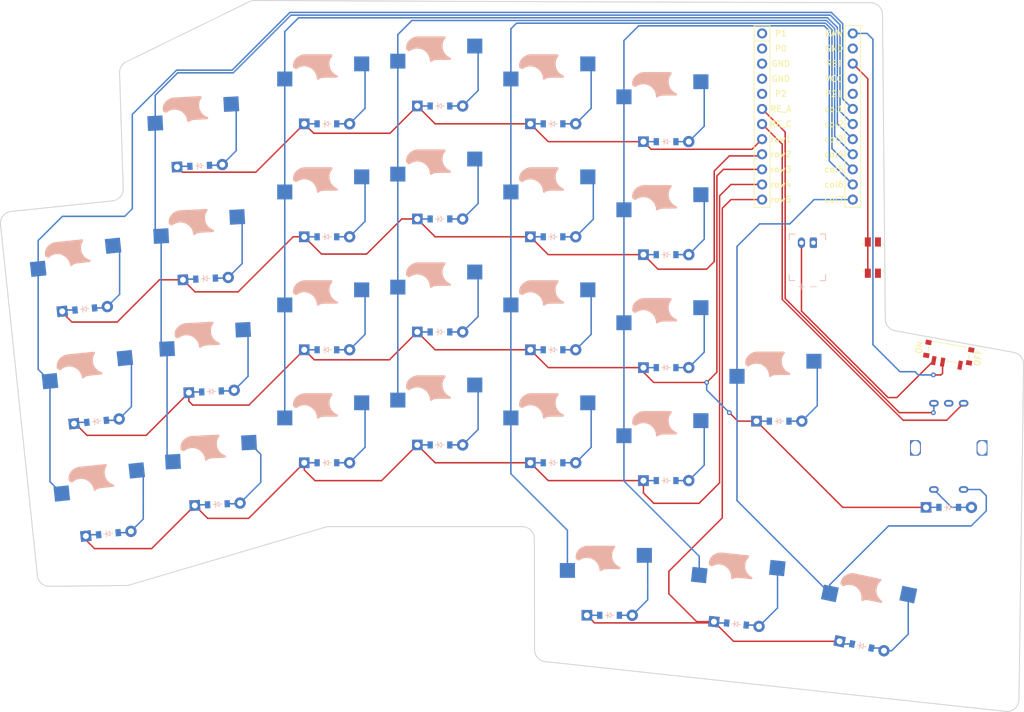
<source format=kicad_pcb>
(kicad_pcb (version 20241229) (generator "pcbnew") (generator_version "9.0")
  (title_block (title "left") (rev "alpha") (company "mroetsc"))
  (layers (0 "F.Cu" signal) (2 "B.Cu" signal) (13 "F.Paste" user) (15 "B.Paste" user) (5 "F.SilkS" user) (7 "B.SilkS" user) (1 "F.Mask" user) (3 "B.Mask" user) (25 "Edge.Cuts" user))
  (net 0 "")
  (net 1 "col1")
  (net 2 "stretch_bottom")
  (net 3 "GND")
  (net 4 "stretch_home")
  (net 5 "stretch_top")
  (net 6 "col2")
  (net 7 "pinky_bottom")
  (net 8 "pinky_home")
  (net 9 "pinky_top")
  (net 10 "pinky_num")
  (net 11 "col3")
  (net 12 "ring_bottom")
  (net 13 "ring_home")
  (net 14 "ring_top")
  (net 15 "ring_num")
  (net 16 "col4")
  (net 17 "middle_bottom")
  (net 18 "middle_home")
  (net 19 "middle_top")
  (net 20 "middle_num")
  (net 21 "col5")
  (net 22 "index_bottom")
  (net 23 "index_home")
  (net 24 "index_top")
  (net 25 "index_num")
  (net 26 "col6")
  (net 27 "inner_bottom")
  (net 28 "inner_home")
  (net 29 "inner_top")
  (net 30 "inner_num")
  (net 31 "col7")
  (net 32 "brackets_home")
  (net 33 "super_cluster")
  (net 34 "space_cluster")
  (net 35 "layer_cluster")
  (net 36 "row4")
  (net 37 "row3")
  (net 38 "row2")
  (net 39 "row1")
  (net 40 "row5")
  (net 41 "RAW")
  (net 42 "RST")
  (net 43 "VCC")
  (net 44 "P21")
  (net 45 "P1")
  (net 46 "P0")
  (net 47 "P2")
  (net 48 "RE_A")
  (net 49 "RE_C")
  (net 50 "encoder_encoder")
  (net 51 "BAT_P")
  (footprint "ceoloide:reset_switch_smd_side" (layer "F.Cu") (at 253.992276 108.544233 -90)
    (property "Reference" "RST1" (hide yes))
    (property "Value" "")
  )
  (footprint "ceoloide:mcu_nice_nano" (layer "F.Cu") (at 242.992276 83.544233)
    (property "Reference" "MCU1" (hide yes))
    (property "Value" "")
  )
  (footprint "ceoloide:power_switch_smd_side" (layer "F.Cu") (at 266.742276 124.544233 80)
    (property "Reference" "PWR1" (hide yes))
    (property "Value" "")
  )
  (footprint "ceoloide:rotary_encoder_ec11_ec12" (layer "F.Cu") (at 266.742276 140.544233 180)
    (property "Reference" "RE1" (hide yes))
    (property "Value" "")
  )
  (footprint "ceoloide:switch_mx" (layer "B.Cu") (at 142.587947 126.056432 3)
    (property "Reference" "S5" (hide yes))
    (property "Value" "")
  )
  (footprint "ceoloide:diode_tht_sod123" (layer "B.Cu") (at 162.242276 143.044233)
    (property "Reference" "D8" (hide yes))
    (property "Value" "")
  )
  (footprint "ceoloide:diode_tht_sod123" (layer "B.Cu") (at 125.522642 154.97261 6)
    (property "Reference" "D1" (hide yes))
    (property "Value" "")
  )
  (footprint "ceoloide:diode_tht_sod123" (layer "B.Cu") (at 209.742276 168.694233)
    (property "Reference" "D25" (hide yes))
    (property "Value" "")
  )
  (footprint "ceoloide:diode_tht_sod123" (layer "B.Cu") (at 162.242276 105.044233)
    (property "Reference" "D10" (hide yes))
    (property "Value" "")
  )
  (footprint "ceoloide:switch_mx" (layer "B.Cu") (at 181.242276 97.044233)
    (property "Reference" "S14" (hide yes))
    (property "Value" "")
  )
  (footprint "ceoloide:diode_tht_sod123" (layer "B.Cu") (at 121.550561 117.180778 6)
    (property "Reference" "D3" (hide yes))
    (property "Value" "")
  )
  (footprint "ceoloide:diode_tht_sod123" (layer "B.Cu") (at 142.849627 131.04958 3)
    (property "Reference" "D5" (hide yes))
    (property "Value" "")
  )
  (footprint "ceoloide:diode_tht_sod123" (layer "B.Cu") (at 143.84401 150.023541 3)
    (property "Reference" "D4" (hide yes))
    (property "Value" "")
  )
  (footprint "ceoloide:diode_tht_sod123" (layer "B.Cu") (at 200.242276 143.044233)
    (property "Reference" "D16" (hide yes))
    (property "Value" "")
  )
  (footprint "ceoloide:diode_tht_sod123" (layer "B.Cu") (at 200.242276 86.044233)
    (property "Reference" "D19" (hide yes))
    (property "Value" "")
  )
  (footprint "ceoloide:diode_tht_sod123" (layer "B.Cu") (at 162.242276 86.044233)
    (property "Reference" "D11" (hide yes))
    (property "Value" "")
  )
  (footprint "ceoloide:switch_mx" (layer "B.Cu") (at 141.593564 107.082471 3)
    (property "Reference" "S6" (hide yes))
    (property "Value" "")
  )
  (footprint "ceoloide:switch_mx" (layer "B.Cu") (at 209.742276 163.694233)
    (property "Reference" "S25" (hide yes))
    (property "Value" "")
  )
  (footprint "ceoloide:switch_mx" (layer "B.Cu") (at 181.242276 78.044233)
    (property "Reference" "S15" (hide yes))
    (property "Value" "")
  )
  (footprint "ceoloide:switch_mx" (layer "B.Cu") (at 219.242276 103.044233)
    (property "Reference" "S22" (hide yes))
    (property "Value" "")
  )
  (footprint "ceoloide:diode_tht_sod123" (layer "B.Cu") (at 219.242276 127.044233)
    (property "Reference" "D21" (hide yes))
    (property "Value" "")
  )
  (footprint "ceoloide:switch_mx" (layer "B.Cu") (at 181.242276 135.044233)
    (property "Reference" "S12" (hide yes))
    (property "Value" "")
  )
  (footprint "ceoloide:diode_tht_sod123" (layer "B.Cu") (at 181.242276 140.044233)
    (property "Reference" "D12" (hide yes))
    (property "Value" "")
  )
  (footprint "ceoloide:diode_tht_sod123" (layer "B.Cu") (at 266.742276 150.544233)
    (property "Reference" "D28" (hide yes))
    (property "Value" "")
  )
  (footprint "ceoloide:diode_tht_sod123" (layer "B.Cu") (at 252.126228 173.860701 -12)
    (property "Reference" "D27" (hide yes))
    (property "Value" "")
  )
  (footprint "ceoloide:diode_tht_sod123" (layer "B.Cu") (at 181.242276 121.044233)
    (property "Reference" "D13" (hide yes))
    (property "Value" "")
  )
  (footprint "ceoloide:switch_mx" (layer "B.Cu") (at 219.242276 122.044233)
    (property "Reference" "S21" (hide yes))
    (property "Value" "")
  )
  (footprint "ceoloide:diode_tht_sod123" (layer "B.Cu") (at 200.242276 124.044233)
    (property "Reference" "D17" (hide yes))
    (property "Value" "")
  )
  (footprint "ceoloide:switch_mx" (layer "B.Cu") (at 238.242276 131.044233)
    (property "Reference" "S24" (hide yes))
    (property "Value" "")
  )
  (footprint "ceoloide:switch_mx" (layer "B.Cu") (at 143.582331 145.030394 3)
    (property "Reference" "S4" (hide yes))
    (property "Value" "")
  )
  (footprint "ceoloide:switch_mx" (layer "B.Cu") (at 140.599181 88.10851 3)
    (property "Reference" "S7" (hide yes))
    (property "Value" "")
  )
  (footprint "ceoloide:switch_mx" (layer "B.Cu") (at 123.013959 131.104084 6)
    (property "Reference" "S2" (hide yes))
    (property "Value" "")
  )
  (footprint "ceoloide:switch_mx" (layer "B.Cu") (at 219.242276 84.044233)
    (property "Reference" "S23" (hide yes))
    (property "Value" "")
  )
  (footprint "ceoloide:switch_mx" (layer "B.Cu") (at 200.242276 100.044233)
    (property "Reference" "S18" (hide yes))
    (property "Value" "")
  )
  (footprint "ceoloide:switch_mx" (layer "B.Cu") (at 200.242276 119.044233)
    (property "Reference" "S17" (hide yes))
    (property "Value" "")
  )
  (footprint "ceoloide:diode_tht_sod123" (layer "B.Cu") (at 123.536602 136.076694 6)
    (property "Reference" "D2" (hide yes))
    (property "Value" "")
  )
  (footprint "ceoloide:diode_tht_sod123" (layer "B.Cu") (at 140.860861 93.101658 3)
    (property "Reference" "D7" (hide yes))
    (property "Value" "")
  )
  (footprint "ceoloide:diode_tht_sod123" (layer "B.Cu") (at 181.242276 83.044233)
    (property "Reference" "D15" (hide yes))
    (property "Value" "")
  )
  (footprint "ceoloide:diode_tht_sod123" (layer "B.Cu") (at 200.242276 105.044233)
    (property "Reference" "D18" (hide yes))
    (property "Value" "")
  )
  (footprint "ceoloide:switch_mx" (layer "B.Cu") (at 121.027918 112.208168 6)
    (property "Reference" "S3" (hide yes))
    (property "Value" "")
  )
  (footprint "ceoloide:switch_mx" (layer "B.Cu") (at 231.592276 165.194233 -6)
    (property "Reference" "S26" (hide yes))
    (property "Value" "")
  )
  (footprint "ceoloide:diode_tht_sod123" (layer "B.Cu") (at 219.242276 108.044233)
    (property "Reference" "D22" (hide yes))
    (property "Value" "")
  )
  (footprint "ceoloide:switch_mx" (layer "B.Cu") (at 125 150 6)
    (property "Reference" "S1" (hide yes))
    (property "Value" "")
  )
  (footprint "ceoloide:diode_tht_sod123" (layer "B.Cu") (at 219.242276 89.044233)
    (property "Reference" "D23" (hide yes))
    (property "Value" "")
  )
  (footprint "ceoloide:switch_mx" (layer "B.Cu") (at 162.242276 119.044233)
    (property "Reference" "S9" (hide yes))
    (property "Value" "")
  )
  (footprint "ceoloide:switch_mx" (layer "B.Cu") (at 200.242276 138.044233)
    (property "Reference" "S16" (hide yes))
    (property "Value" "")
  )
  (footprint "ceoloide:switch_mx" (layer "B.Cu") (at 253.165787 168.969963 -12)
    (property "Reference" "S27" (hide yes))
    (property "Value" "")
  )
  (footprint "ceoloide:diode_tht_sod123" (layer "B.Cu") (at 141.855244 112.075619 3)
    (property "Reference" "D6" (hide yes))
    (property "Value" "")
  )
  (footprint "ceoloide:switch_mx" (layer "B.Cu") (at 162.242276 138.044233)
    (property "Reference" "S8" (hide yes))
    (property "Value" "")
  )
  (footprint "ceoloide:diode_tht_sod123" (layer "B.Cu") (at 181.242276 102.044233)
    (property "Reference" "D14" (hide yes))
    (property "Value" "")
  )
  (footprint "ceoloide:switch_mx" (layer "B.Cu") (at 162.242276 81.044233)
    (property "Reference" "S11" (hide yes))
    (property "Value" "")
  )
  (footprint "ceoloide:diode_tht_sod123" (layer "B.Cu") (at 231.069634 170.166843 -6)
    (property "Reference" "D26" (hide yes))
    (property "Value" "")
  )
  (footprint "ceoloide:switch_mx" (layer "B.Cu") (at 200.242276 81.044233)
    (property "Reference" "S19" (hide yes))
    (property "Value" "")
  )
  (footprint "ceoloide:switch_mx" (layer "B.Cu") (at 181.242276 116.044233)
    (property "Reference" "S13" (hide yes))
    (property "Value" "")
  )
  (footprint "ceoloide:switch_mx" (layer "B.Cu") (at 162.242276 100.044233)
    (property "Reference" "S10" (hide yes))
    (property "Value" "")
  )
  (footprint "ceoloide:diode_tht_sod123" (layer "B.Cu") (at 238.242276 136.044233)
    (property "Reference" "D24" (hide yes))
    (property "Value" "")
  )
  (footprint "ceoloide:switch_mx" (layer "B.Cu") (at 219.242276 141.044233)
    (property "Reference" "S20" (hide yes))
    (property "Value" "")
  )
  (footprint "ceoloide:battery_connector_jst_ph_2" (layer "B.Cu") (at 242.992276 106.044233)
    (property "Reference" "JST1" (hide yes))
    (property "Value" "")
  )
  (footprint "ceoloide:diode_tht_sod123" (layer "B.Cu") (at 219.242276 146.044233)
    (property "Reference" "D20" (hide yes))
    (property "Value" "")
  )
  (footprint "ceoloide:diode_tht_sod123" (layer "B.Cu") (at 162.242276 124.044233)
    (property "Reference" "D9" (hide yes))
    (property "Value" "")
  )
  (gr_line (start 150.10984 65.296453) (end 181.240911 65.444227) (stroke (width 0.15)) (layer "Edge.Cuts"))
  (gr_line (start 128.006707 96.941782) (end 127.397454 77.477141) (stroke (width 0.15)) (layer "Edge.Cuts"))
  (gr_arc (start 253.61709 65.687591) (mid 255.020505 66.269305) (end 255.610281 67.66935) (stroke (width 0.15)) (layer "Edge.Cuts"))
  (gr_arc (start 127.397454 77.477142) (mid 127.683599 76.382072) (end 128.518317 75.617674) (stroke (width 0.15)) (layer "Edge.Cuts"))
  (gr_line (start 195.096716 153.794233) (end 162.5316 153.794233) (stroke (width 0.15)) (layer "Edge.Cuts"))
  (gr_arc (start 181.24368 65.444238) (mid 181.242295 65.444233) (end 181.240911 65.444227) (stroke (width 0.15)) (layer "Edge.Cuts"))
  (gr_line (start 276.323404 184.854981) (end 198.923311 176.486792) (stroke (width 0.15)) (layer "Edge.Cuts"))
  (gr_line (start 128.518317 75.617674) (end 149.222189 65.499533) (stroke (width 0.15)) (layer "Edge.Cuts"))
  (gr_arc (start 198.923311 176.486791) (mid 197.651495 175.836078) (end 197.138295 174.502824) (stroke (width 0.15)) (layer "Edge.Cuts"))
  (gr_line (start 279.318873 126.485215) (end 278.538192 182.894245) (stroke (width 0.15)) (layer "Edge.Cuts"))
  (gr_arc (start 277.678697 124.490139) (mid 278.863999 125.18743) (end 279.318873 126.485215) (stroke (width 0.15)) (layer "Edge.Cuts"))
  (gr_line (start 128.510216 163.683331) (end 115.607134 163.827664) (stroke (width 0.15)) (layer "Edge.Cuts"))
  (gr_arc (start 149.222189 65.499533) (mid 149.654303 65.346803) (end 150.10984 65.296453) (stroke (width 0.15)) (layer "Edge.Cuts"))
  (gr_arc (start 107.388941 102.983295) (mid 107.823693 101.515597) (end 109.168928 100.785194) (stroke (width 0.15)) (layer "Edge.Cuts"))
  (gr_arc (start 161.964813 153.876226) (mid 162.245257 153.814838) (end 162.5316 153.794233) (stroke (width 0.15)) (layer "Edge.Cuts"))
  (gr_line (start 255.610281 67.66935) (end 256.077216 118.892148) (stroke (width 0.15)) (layer "Edge.Cuts"))
  (gr_arc (start 195.096716 153.794233) (mid 196.509357 154.378449) (end 197.096711 155.789789) (stroke (width 0.15)) (layer "Edge.Cuts"))
  (gr_arc (start 278.538192 182.894244) (mid 277.8641 184.364058) (end 276.323404 184.854981) (stroke (width 0.15)) (layer "Edge.Cuts"))
  (gr_line (start 113.595719 162.036846) (end 107.388941 102.983295) (stroke (width 0.15)) (layer "Edge.Cuts"))
  (gr_line (start 109.168928 100.785194) (end 126.216743 98.993396) (stroke (width 0.15)) (layer "Edge.Cuts"))
  (gr_arc (start 128.006707 96.941782) (mid 127.51473 98.319197) (end 126.216743 98.993396) (stroke (width 0.15)) (layer "Edge.Cuts"))
  (gr_line (start 181.243679 65.444238) (end 253.617089 65.687592) (stroke (width 0.15)) (layer "Edge.Cuts"))
  (gr_line (start 197.138295 174.502824) (end 197.096711 155.789789) (stroke (width 0.15)) (layer "Edge.Cuts"))
  (gr_line (start 257.717501 120.841317) (end 277.678697 124.490138) (stroke (width 0.15)) (layer "Edge.Cuts"))
  (gr_line (start 161.964813 153.876226) (end 129.054633 163.601463) (stroke (width 0.15)) (layer "Edge.Cuts"))
  (gr_arc (start 129.054633 163.601463) (mid 128.785255 163.661219) (end 128.510216 163.683331) (stroke (width 0.15)) (layer "Edge.Cuts"))
  (gr_arc (start 257.717501 120.841318) (mid 256.546877 120.161674) (end 256.077216 118.892148) (stroke (width 0.15)) (layer "Edge.Cuts"))
  (gr_arc (start 115.607134 163.827664) (mid 114.254835 163.32154) (end 113.595719 162.036846) (stroke (width 0.15)) (layer "Edge.Cuts"))
  (segment (start 129.54 100.33) (end 128.27 101.6) (width 0.25) (layer "B.Cu") (net 1))
  (segment (start 115.702269 146.228458) (end 117.68831 148.214499) (width 0.25) (layer "B.Cu") (net 1))
  (segment (start 247.01781 67.31) (end 156.02319 67.31) (width 0.25) (layer "B.Cu") (net 1))
  (segment (start 128.27 101.6) (end 117.784447 101.6) (width 0.25) (layer "B.Cu") (net 1))
  (segment (start 113.716228 110.422667) (end 113.716228 127.332542) (width 0.25) (layer "B.Cu") (net 1))
  (segment (start 113.716228 105.668219) (end 113.716228 110.422667) (width 0.25) (layer "B.Cu") (net 1))
  (segment (start 115.702269 129.318583) (end 115.702269 146.228458) (width 0.25) (layer "B.Cu") (net 1))
  (segment (start 146.31419 77.019) (end 136.97319 77.019) (width 0.25) (layer "B.Cu") (net 1))
  (segment (start 156.02319 67.31) (end 146.31419 77.019) (width 0.25) (layer "B.Cu") (net 1))
  (segment (start 129.54 84.45219) (end 129.54 100.33) (width 0.25) (layer "B.Cu") (net 1))
  (segment (start 250.612276 83.544233) (end 248.92 81.851957) (width 0.25) (layer "B.Cu") (net 1))
  (segment (start 248.92 69.21219) (end 247.01781 67.31) (width 0.25) (layer "B.Cu") (net 1))
  (segment (start 136.97319 77.019) (end 129.54 84.45219) (width 0.25) (layer "B.Cu") (net 1))
  (segment (start 113.716228 127.332542) (end 115.702269 129.318583) (width 0.25) (layer "B.Cu") (net 1))
  (segment (start 117.784447 101.6) (end 113.716228 105.668219) (width 0.25) (layer "B.Cu") (net 1))
  (segment (start 248.92 81.851957) (end 248.92 69.21219) (width 0.25) (layer "B.Cu") (net 1))
  (segment (start 131.378171 145.436352) (end 131.378171 152.507956) (width 0.25) (layer "B.Cu") (net 2))
  (segment (start 130.278992 144.337173) (end 131.378171 145.436352) (width 0.25) (layer "B.Cu") (net 2))
  (segment (start 131.378171 152.507956) (end 129.31177 154.574357) (width 0.25) (layer "B.Cu") (net 2))
  (segment (start 129.085989 154.800138) (end 129.31177 154.574357) (width 0.25) (layer "B.Cu") (net 2))
  (segment (start 127.163603 154.800138) (end 129.085989 154.800138) (width 0.25) (layer "B.Cu") (net 2))
  (segment (start 127.099949 135.904222) (end 127.32573 135.678441) (width 0.25) (layer "B.Cu") (net 4))
  (segment (start 129.39213 126.540436) (end 129.39213 133.612041) (width 0.25) (layer "B.Cu") (net 4))
  (segment (start 128.292951 125.441257) (end 129.39213 126.540436) (width 0.25) (layer "B.Cu") (net 4))
  (segment (start 129.39213 133.612041) (end 127.32573 135.678441) (width 0.25) (layer "B.Cu") (net 4))
  (segment (start 125.177563 135.904222) (end 127.099949 135.904222) (width 0.25) (layer "B.Cu") (net 4))
  (segment (start 127.406089 107.64452) (end 127.406089 114.716125) (width 0.25) (layer "B.Cu") (net 5))
  (segment (start 123.191522 117.008306) (end 125.113908 117.008306) (width 0.25) (layer "B.Cu") (net 5))
  (segment (start 127.406089 114.716125) (end 125.339689 116.782525) (width 0.25) (layer "B.Cu") (net 5))
  (segment (start 126.30691 106.545341) (end 127.406089 107.64452) (width 0.25) (layer "B.Cu") (net 5))
  (segment (start 125.113908 117.008306) (end 125.339689 116.782525) (width 0.25) (layer "B.Cu") (net 5))
  (segment (start 135.379723 141.870291) (end 136.374107 142.864675) (width 0.25) (layer "B.Cu") (net 6))
  (segment (start 134.38534 122.89633) (end 135.379723 123.890713) (width 0.25) (layer "B.Cu") (net 6))
  (segment (start 250.612276 86.084233) (end 248.469 83.940957) (width 0.25) (layer "B.Cu") (net 6))
  (segment (start 133.390957 85.942791) (end 133.390957 103.922369) (width 0.25) (layer "B.Cu") (net 6))
  (segment (start 133.390957 103.922369) (end 134.38534 104.916752) (width 0.25) (layer "B.Cu") (net 6))
  (segment (start 248.469 69.399) (end 246.831 67.761) (width 0.25) (layer "B.Cu") (net 6))
  (segment (start 156.21 67.761) (end 146.501 77.47) (width 0.25) (layer "B.Cu") (net 6))
  (segment (start 135.379723 123.890713) (end 135.379723 141.870291) (width 0.25) (layer "B.Cu") (net 6))
  (segment (start 133.390957 81.239043) (end 133.390957 85.942791) (width 0.25) (layer "B.Cu") (net 6))
  (segment (start 248.469 83.940957) (end 248.469 69.399) (width 0.25) (layer "B.Cu") (net 6))
  (segment (start 246.831 67.761) (end 156.21 67.761) (width 0.25) (layer "B.Cu") (net 6))
  (segment (start 146.501 77.47) (end 137.16 77.47) (width 0.25) (layer "B.Cu") (net 6))
  (segment (start 134.38534 104.916752) (end 134.38534 122.89633) (width 0.25) (layer "B.Cu") (net 6))
  (segment (start 137.16 77.47) (end 133.390957 81.239043) (width 0.25) (layer "B.Cu") (net 6))
  (segment (start 151.13 141.631151) (end 151.13 146.34293) (width 0.25) (layer "B.Cu") (net 7))
  (segment (start 149.150458 139.651609) (end 151.13 141.631151) (width 0.25) (layer "B.Cu") (net 7))
  (segment (start 151.13 146.34293) (end 147.648789 149.824141) (width 0.25) (layer "B.Cu") (net 7))
  (segment (start 147.535743 149.937187) (end 147.648789 149.824141) (width 0.25) (layer "B.Cu") (net 7))
  (segment (start 145.491749 149.937187) (end 147.535743 149.937187) (width 0.25) (layer "B.Cu") (net 7))
  (segment (start 148.986985 121.508558) (end 148.986985 128.517601) (width 0.25) (layer "B.Cu") (net 8))
  (segment (start 148.156074 120.677647) (end 148.986985 121.508558) (width 0.25) (layer "B.Cu") (net 8))
  (segment (start 148.986985 128.517601) (end 146.654406 130.85018) (width 0.25) (layer "B.Cu") (net 8))
  (segment (start 144.497366 130.963226) (end 146.54136 130.963226) (width 0.25) (layer "B.Cu") (net 8))
  (segment (start 146.54136 130.963226) (end 146.654406 130.85018) (width 0.25) (layer "B.Cu") (net 8))
  (segment (start 147.992602 109.54364) (end 145.660023 111.876219) (width 0.25) (layer "B.Cu") (net 9))
  (segment (start 143.502983 111.989265) (end 145.546977 111.989265) (width 0.25) (layer "B.Cu") (net 9))
  (segment (start 147.992602 102.534597) (end 147.992602 109.54364) (width 0.25) (layer "B.Cu") (net 9))
  (segment (start 145.546977 111.989265) (end 145.660023 111.876219) (width 0.25) (layer "B.Cu") (net 9))
  (segment (start 147.161691 101.703686) (end 147.992602 102.534597) (width 0.25) (layer "B.Cu") (net 9))
  (segment (start 146.998219 83.560636) (end 146.998219 90.569679) (width 0.25) (layer "B.Cu") (net 10))
  (segment (start 142.5086 93.015304) (end 144.552594 93.015304) (width 0.25) (layer "B.Cu") (net 10))
  (segment (start 146.998219 90.569679) (end 144.66564 92.902258) (width 0.25) (layer "B.Cu") (net 10))
  (segment (start 144.552594 93.015304) (end 144.66564 92.902258) (width 0.25) (layer "B.Cu") (net 10))
  (segment (start 146.167308 82.729725) (end 146.998219 83.560636) (width 0.25) (layer "B.Cu") (net 10))
  (segment (start 248.018 69.85) (end 246.38 68.212) (width 0.25) (layer "B.Cu") (net 11))
  (segment (start 250.612276 88.624233) (end 248.018 86.029957) (width 0.25) (layer "B.Cu") (net 11))
  (segment (start 248.018 86.029957) (end 248.018 69.85) (width 0.25) (layer "B.Cu") (net 11))
  (segment (start 155.157276 97.504233) (end 155.157276 116.504233) (width 0.25) (layer "B.Cu") (net 11))
  (segment (start 157.48 68.212) (end 155.157276 70.534724) (width 0.25) (layer "B.Cu") (net 11))
  (segment (start 155.157276 70.534724) (end 155.157276 78.504233) (width 0.25) (layer "B.Cu") (net 11))
  (segment (start 155.157276 78.504233) (end 155.157276 97.504233) (width 0.25) (layer "B.Cu") (net 11))
  (segment (start 246.38 68.212) (end 157.48 68.212) (width 0.25) (layer "B.Cu") (net 11))
  (segment (start 155.157276 116.504233) (end 155.157276 135.504233) (width 0.25) (layer "B.Cu") (net 11))
  (segment (start 168.084276 132.964233) (end 168.648276 133.528233) (width 0.25) (layer "B.Cu") (net 12))
  (segment (start 168.648276 140.448233) (end 166.052276 143.044233) (width 0.25) (layer "B.Cu") (net 12))
  (segment (start 163.892276 143.044233) (end 166.052276 143.044233) (width 0.25) (layer "B.Cu") (net 12))
  (segment (start 168.648276 133.528233) (end 168.648276 140.448233) (width 0.25) (layer "B.Cu") (net 12))
  (segment (start 168.084276 113.964233) (end 168.648276 114.528233) (width 0.25) (layer "B.Cu") (net 13))
  (segment (start 163.892276 124.044233) (end 166.052276 124.044233) (width 0.25) (layer "B.Cu") (net 13))
  (segment (start 168.648276 114.528233) (end 168.648276 121.448233) (width 0.25) (layer "B.Cu") (net 13))
  (segment (start 168.648276 121.448233) (end 166.052276 124.044233) (width 0.25) (layer "B.Cu") (net 13))
  (segment (start 168.648276 95.528233) (end 168.648276 102.448233) (width 0.25) (layer "B.Cu") (net 14))
  (segment (start 168.648276 102.448233) (end 166.052276 105.044233) (width 0.25) (layer "B.Cu") (net 14))
  (segment (start 163.892276 105.044233) (end 166.052276 105.044233) (width 0.25) (layer "B.Cu") (net 14))
  (segment (start 168.084276 94.964233) (end 168.648276 95.528233) (width 0.25) (layer "B.Cu") (net 14))
  (segment (start 168.648276 76.528233) (end 168.648276 83.448233) (width 0.25) (layer "B.Cu") (net 15))
  (segment (start 168.084276 75.964233) (end 168.648276 76.528233) (width 0.25) (layer "B.Cu") (net 15))
  (segment (start 168.648276 83.448233) (end 166.052276 86.044233) (width 0.25) (layer "B.Cu") (net 15))
  (segment (start 163.892276 86.044233) (end 166.052276 86.044233) (width 0.25) (layer "B.Cu") (net 15))
  (segment (start 247.567 70.03681) (end 246.19319 68.663) (width 0.25) (layer "B.Cu") (net 16))
  (segment (start 174.157276 94.504233) (end 174.157276 113.504233) (width 0.25) (layer "B.Cu") (net 16))
  (segment (start 247.567 88.118957) (end 247.567 70.03681) (width 0.25) (layer "B.Cu") (net 16))
  (segment (start 174.157276 71.035724) (end 174.157276 75.504233) (width 0.25) (layer "B.Cu") (net 16))
  (segment (start 246.19319 68.663) (end 176.53 68.663) (width 0.25) (layer "B.Cu") (net 16))
  (segment (start 174.157276 75.504233) (end 174.157276 94.504233) (width 0.25) (layer "B.Cu") (net 16))
  (segment (start 176.53 68.663) (end 174.157276 71.035724) (width 0.25) (layer "B.Cu") (net 16))
  (segment (start 250.612276 91.164233) (end 247.567 88.118957) (width 0.25) (layer "B.Cu") (net 16))
  (segment (start 174.157276 113.504233) (end 174.157276 132.504233) (width 0.25) (layer "B.Cu") (net 16))
  (segment (start 187.648276 137.448233) (end 185.052276 140.044233) (width 0.25) (layer "B.Cu") (net 17))
  (segment (start 187.084276 129.964233) (end 187.648276 130.528233) (width 0.25) (layer "B.Cu") (net 17))
  (segment (start 187.648276 130.528233) (end 187.648276 137.448233) (width 0.25) (layer "B.Cu") (net 17))
  (segment (start 182.892276 140.044233) (end 185.052276 140.044233) (width 0.25) (layer "B.Cu") (net 17))
  (segment (start 187.648276 111.528233) (end 187.648276 118.448233) (width 0.25) (layer "B.Cu") (net 18))
  (segment (start 182.892276 121.044233) (end 185.052276 121.044233) (width 0.25) (layer "B.Cu") (net 18))
  (segment (start 187.648276 118.448233) (end 185.052276 121.044233) (width 0.25) (layer "B.Cu") (net 18))
  (segment (start 187.084276 110.964233) (end 187.648276 111.528233) (width 0.25) (layer "B.Cu") (net 18))
  (segment (start 187.648276 92.528233) (end 187.648276 99.448233) (width 0.25) (layer "B.Cu") (net 19))
  (segment (start 182.892276 102.044233) (end 185.052276 102.044233) (width 0.25) (layer "B.Cu") (net 19))
  (segment (start 187.084276 91.964233) (end 187.648276 92.528233) (width 0.25) (layer "B.Cu") (net 19))
  (segment (start 187.648276 99.448233) (end 185.052276 102.044233) (width 0.25) (layer "B.Cu") (net 19))
  (segment (start 182.892276 83.044233) (end 185.052276 83.044233) (width 0.25) (layer "B.Cu") (net 20))
  (segment (start 187.084276 72.964233) (end 187.648276 73.528233) (width 0.25) (layer "B.Cu") (net 20))
  (segment (start 187.648276 80.448233) (end 185.052276 83.044233) (width 0.25) (layer "B.Cu") (net 20))
  (segment (start 187.648276 73.528233) (end 187.648276 80.448233) (width 0.25) (layer "B.Cu") (net 20))
  (segment (start 247.116 70.22362) (end 246.00638 69.114) (width 0.25) (layer "B.Cu") (net 21))
  (segment (start 193.157276 97.504233) (end 193.157276 116.504233) (width 0.25) (layer "B.Cu") (net 21))
  (segment (start 194.111509 69.114) (end 193.157276 70.068233) (width 0.25) (layer "B.Cu") (net 21))
  (segment (start 247.116 90.207957) (end 247.116 70.22362) (width 0.25) (layer "B.Cu") (net 21))
  (segment (start 193.157276 144.897276) (end 202.657276 154.397276) (width 0.25) (layer "B.Cu") (net 21))
  (segment (start 193.157276 135.504233) (end 193.157276 144.897276) (width 0.25) (layer "B.Cu") (net 21))
  (segment (start 193.157276 70.068233) (end 193.157276 78.504233) (width 0.25) (layer "B.Cu") (net 21))
  (segment (start 193.157276 78.504233) (end 193.157276 97.504233) (width 0.25) (layer "B.Cu") (net 21))
  (segment (start 250.612276 93.704233) (end 247.116 90.207957) (width 0.25) (layer "B.Cu") (net 21))
  (segment (start 246.00638 69.114) (end 194.111509 69.114) (width 0.25) (layer "B.Cu") (net 21))
  (segment (start 193.157276 116.504233) (end 193.157276 135.504233) (width 0.25) (layer "B.Cu") (net 21))
  (segment (start 202.657276 154.397276) (end 202.657276 161.154233) (width 0.25) (layer "B.Cu") (net 21))
  (segment (start 206.648276 133.528233) (end 206.648276 140.448233) (width 0.25) (layer "B.Cu") (net 22))
  (segment (start 206.648276 140.448233) (end 204.052276 143.044233) (width 0.25) (layer "B.Cu") (net 22))
  (segment (start 201.892276 143.044233) (end 204.052276 143.044233) (width 0.25) (layer "B.Cu") (net 22))
  (segment (start 206.084276 132.964233) (end 206.648276 133.528233) (width 0.25) (layer "B.Cu") (net 22))
  (segment (start 206.648276 121.448233) (end 204.052276 124.044233) (width 0.25) (layer "B.Cu") (net 23))
  (segment (start 206.648276 114.528233) (end 206.648276 121.448233) (width 0.25) (layer "B.Cu") (net 23))
  (segment (start 201.892276 124.044233) (end 204.052276 124.044233) (width 0.25) (layer "B.Cu") (net 23))
  (segment (start 206.084276 113.964233) (end 206.648276 114.528233) (width 0.25) (layer "B.Cu") (net 23))
  (segment (start 207.01 102.086509) (end 204.052276 105.044233) (width 0.25) (layer "B.Cu") (net 24))
  (segment (start 201.892276 105.044233) (end 204.052276 105.044233) (width 0.25) (layer "B.Cu") (net 24))
  (segment (start 206.084276 94.964233) (end 207.01 95.889957) (width 0.25) (layer "B.Cu") (net 24))
  (segment (start 207.01 95.889957) (end 207.01 102.086509) (width 0.25) (layer "B.Cu") (net 24))
  (segment (start 206.648276 76.528233) (end 206.648276 83.448233) (width 0.25) (layer "B.Cu") (net 25))
  (segment (start 206.084276 75.964233) (end 206.648276 76.528233) (width 0.25) (layer "B.Cu") (net 25))
  (segment (start 206.648276 83.448233) (end 204.052276 86.044233) (width 0.25) (layer "B.Cu") (net 25))
  (segment (start 201.892276 86.044233) (end 204.052276 86.044233) (width 0.25) (layer "B.Cu") (net 25))
  (segment (start 224.811591 158.771591) (end 224.811591 161.927563) (width 0.25) (layer "B.Cu") (net 26))
  (segment (start 212.157276 146.117276) (end 224.811591 158.771591) (width 0.25) (layer "B.Cu") (net 26))
  (segment (start 245.81957 69.565) (end 214.63 69.565) (width 0.25) (layer "B.Cu") (net 26))
  (segment (start 214.63 69.565) (end 212.157276 72.037724) (width 0.25) (layer "B.Cu") (net 26))
  (segment (start 246.665 92.296957) (end 246.665 70.41043) (width 0.25) (layer "B.Cu") (net 26))
  (segment (start 212.157276 119.504233) (end 212.157276 138.504233) (width 0.25) (layer "B.Cu") (net 26))
  (segment (start 246.665 70.41043) (end 245.81957 69.565) (width 0.25) (layer "B.Cu") (net 26))
  (segment (start 212.157276 100.504233) (end 212.157276 119.504233) (width 0.25) (layer "B.Cu") (net 26))
  (segment (start 212.157276 72.037724) (end 212.157276 81.504233) (width 0.25) (layer "B.Cu") (net 26))
  (segment (start 212.157276 81.504233) (end 212.157276 100.504233) (width 0.25) (layer "B.Cu") (net 26))
  (segment (start 250.612276 96.244233) (end 246.665 92.296957) (width 0.25) (layer "B.Cu") (net 26))
  (segment (start 212.157276 138.504233) (end 212.157276 146.117276) (width 0.25) (layer "B.Cu") (net 26))
  (segment (start 225.648276 143.448233) (end 223.052276 146.044233) (width 0.25) (layer "B.Cu") (net 27))
  (segment (start 225.084276 135.964233) (end 225.648276 136.528233) (width 0.25) (layer "B.Cu") (net 27))
  (segment (start 225.648276 136.528233) (end 225.648276 143.448233) (width 0.25) (layer "B.Cu") (net 27))
  (segment (start 220.892276 146.044233) (end 223.052276 146.044233) (width 0.25) (layer "B.Cu") (net 27))
  (segment (start 225.648276 124.448233) (end 223.052276 127.044233) (width 0.25) (layer "B.Cu") (net 28))
  (segment (start 220.892276 127.044233) (end 223.052276 127.044233) (width 0.25) (layer "B.Cu") (net 28))
  (segment (start 225.648276 117.528233) (end 225.648276 124.448233) (width 0.25) (layer "B.Cu") (net 28))
  (segment (start 225.084276 116.964233) (end 225.648276 117.528233) (width 0.25) (layer "B.Cu") (net 28))
  (segment (start 225.648276 105.448233) (end 223.052276 108.044233) (width 0.25) (layer "B.Cu") (net 29))
  (segment (start 225.648276 98.528233) (end 225.648276 105.448233) (width 0.25) (layer "B.Cu") (net 29))
  (segment (start 225.084276 97.964233) (end 225.648276 98.528233) (width 0.25) (layer "B.Cu") (net 29))
  (segment (start 220.892276 108.044233) (end 223.052276 108.044233) (width 0.25) (layer "B.Cu") (net 29))
  (segment (start 225.648276 86.448233) (end 223.052276 89.044233) (width 0.25) (layer "B.Cu") (net 30))
  (segment (start 225.084276 78.964233) (end 225.648276 79.528233) (width 0.25) (layer "B.Cu") (net 30))
  (segment (start 225.648276 79.528233) (end 225.648276 86.448233) (width 0.25) (layer "B.Cu") (net 30))
  (segment (start 220.892276 89.044233) (end 223.052276 89.044233) (width 0.25) (layer "B.Cu") (net 30))
  (segment (start 272.004233 147.544233) (end 269.242276 147.544233) (width 0.25) (layer "B.Cu") (net 31))
  (segment (start 234.95 102.87) (end 231.157276 106.662724) (width 0.25) (layer "B.Cu") (net 31))
  (segment (start 231.157276 128.504233) (end 231.157276 149.405983) (width 0.25) (layer "B.Cu") (net 31))
  (segment (start 244.115767 98.784233) (end 240.03 102.87) (width 0.25) (layer "B.Cu") (net 31))
  (segment (start 273.05 151.13) (end 273.05 148.59) (width 0.25) (layer "B.Cu") (net 31))
  (segment (start 246.763707 163.533951) (end 256.627658 153.67) (width 0.25) (layer "B.Cu") (net 31))
  (segment (start 270.51 153.67) (end 273.05 151.13) (width 0.25) (layer "B.Cu") (net 31))
  (segment (start 231.157276 149.405983) (end 246.763707 165.012414) (width 0.25) (layer "B.Cu") (net 31))
  (segment (start 246.763707 165.012414) (end 246.763707 163.533951) (width 0.25) (layer "B.Cu") (net 31))
  (segment (start 231.157276 106.662724) (end 231.157276 128.504233) (width 0.25) (layer "B.Cu") (net 31))
  (segment (start 273.05 148.59) (end 272.004233 147.544233) (width 0.25) (layer "B.Cu") (net 31))
  (segment (start 250.612276 98.784233) (end 244.115767 98.784233) (width 0.25) (layer "B.Cu") (net 31))
  (segment (start 240.03 102.87) (end 234.95 102.87) (width 0.25) (layer "B.Cu") (net 31))
  (segment (start 256.627658 153.67) (end 270.51 153.67) (width 0.25) (layer "B.Cu") (net 31))
  (segment (start 244.084276 125.964233) (end 244.648276 126.528233) (width 0.25) (layer "B.Cu") (net 32))
  (segment (start 244.648276 133.448233) (end 242.052276 136.044233) (width 0.25) (layer "B.Cu") (net 32))
  (segment (start 244.648276 126.528233) (end 244.648276 133.448233) (width 0.25) (layer "B.Cu") (net 32))
  (segment (start 239.892276 136.044233) (end 242.052276 136.044233) (width 0.25) (layer "B.Cu") (net 32))
  (segment (start 216.148276 159.178233) (end 216.148276 166.098233) (width 0.25) (layer "B.Cu") (net 33))
  (segment (start 216.148276 166.098233) (end 213.552276 168.694233) (width 0.25) (layer "B.Cu") (net 33))
  (segment (start 211.392276 168.694233) (end 213.552276 168.694233) (width 0.25) (layer "B.Cu") (net 33))
  (segment (start 215.584276 158.614233) (end 216.148276 159.178233) (width 0.25) (layer "B.Cu") (net 33))
  (segment (start 234.632981 170.339315) (end 234.858762 170.565096) (width 0.25) (layer "B.Cu") (net 34))
  (segment (start 237.970447 167.453411) (end 234.858762 170.565096) (width 0.25) (layer "B.Cu") (net 34))
  (segment (start 232.710595 170.339315) (end 234.632981 170.339315) (width 0.25) (layer "B.Cu") (net 34))
  (segment (start 237.970447 160.789886) (end 237.970447 167.453411) (width 0.25) (layer "B.Cu") (net 34))
  (segment (start 237.933278 160.752717) (end 237.970447 160.789886) (width 0.25) (layer "B.Cu") (net 34))
  (segment (start 259.936317 165.215593) (end 259.936317 171.863683) (width 0.25) (layer "B.Cu") (net 35))
  (segment (start 257.147155 174.652845) (end 255.85297 174.652845) (width 0.25) (layer "B.Cu") (net 35))
  (segment (start 255.40388 174.203755) (end 255.85297 174.652845) (width 0.25) (layer "B.Cu") (net 35))
  (segment (start 253.740172 174.203755) (end 255.40388 174.203755) (width 0.25) (layer "B.Cu") (net 35))
  (segment (start 259.936317 171.863683) (end 257.147155 174.652845) (width 0.25) (layer "B.Cu") (net 35))
  (segment (start 121.733514 156.023514) (end 121.733514 155.370863) (width 0.25) (layer "F.Cu") (net 36))
  (segment (start 180.432276 143.044233) (end 177.432276 140.044233) (width 0.25) (layer "F.Cu") (net 36))
  (segment (start 142.21629 152.4) (end 140.039231 150.222941) (width 0.25) (layer "F.Cu") (net 36))
  (segment (start 177.432276 140.044233) (end 171.426509 146.05) (width 0.25) (layer "F.Cu") (net 36))
  (segment (start 158.432276 143.044233) (end 149.076509 152.4) (width 0.25) (layer "F.Cu") (net 36))
  (segment (start 215.432276 148.122276) (end 215.432276 146.044233) (width 0.25) (layer "F.Cu") (net 36))
  (segment (start 196.432276 143.044233) (end 180.432276 143.044233) (width 0.25) (layer "F.Cu") (net 36))
  (segment (start 160.236264 146.05) (end 158.432276 144.246012) (width 0.25) (layer "F.Cu") (net 36))
  (segment (start 224.79 149.86) (end 217.17 149.86) (width 0.25) (layer "F.Cu") (net 36))
  (segment (start 215.432276 146.044233) (end 199.432276 146.044233) (width 0.25) (layer "F.Cu") (net 36))
  (segment (start 235.372276 96.244233) (end 230.145767 96.244233) (width 0.25) (layer "F.Cu") (net 36))
  (segment (start 158.432276 144.246012) (end 158.432276 143.044233) (width 0.25) (layer "F.Cu") (net 36))
  (segment (start 199.432276 146.044233) (end 196.432276 143.044233) (width 0.25) (layer "F.Cu") (net 36))
  (segment (start 149.076509 152.4) (end 142.21629 152.4) (width 0.25) (layer "F.Cu") (net 36))
  (segment (start 228.232 146.418) (end 224.79 149.86) (width 0.25) (layer "F.Cu") (net 36))
  (segment (start 230.145767 96.244233) (end 228.232 98.158) (width 0.25) (layer "F.Cu") (net 36))
  (segment (start 123.19 157.48) (end 121.733514 156.023514) (width 0.25) (layer "F.Cu") (net 36))
  (segment (start 140.039231 150.222941) (end 132.782172 157.48) (width 0.25) (layer "F.Cu") (net 36))
  (segment (start 132.782172 157.48) (end 123.19 157.48) (width 0.25) (layer "F.Cu") (net 36))
  (segment (start 228.232 98.158) (end 228.232 146.418) (width 0.25) (layer "F.Cu") (net 36))
  (segment (start 171.426509 146.05) (end 160.236264 146.05) (width 0.25) (layer "F.Cu") (net 36))
  (segment (start 217.17 149.86) (end 215.432276 148.122276) (width 0.25) (layer "F.Cu") (net 36))
  (segment (start 198.592276 143.044233) (end 196.432276 143.044233) (width 0.25) (layer "B.Cu") (net 36))
  (segment (start 123.881681 155.145082) (end 121.959295 155.145082) (width 0.25) (layer "B.Cu") (net 36))
  (segment (start 121.959295 155.145082) (end 121.733514 155.370863) (width 0.25) (layer "B.Cu") (net 36))
  (segment (start 179.592276 140.044233) (end 177.432276 140.044233) (width 0.25) (layer "B.Cu") (net 36))
  (segment (start 160.592276 143.044233) (end 158.432276 143.044233) (width 0.25) (layer "B.Cu") (net 36))
  (segment (start 142.196271 150.109895) (end 140.152277 150.109895) (width 0.25) (layer "B.Cu") (net 36))
  (segment (start 140.152277 150.109895) (end 140.039231 150.222941) (width 0.25) (layer "B.Cu") (net 36))
  (segment (start 217.592276 146.044233) (end 215.432276 146.044233) (width 0.25) (layer "B.Cu") (net 36))
  (segment (start 227.781 94.799) (end 228.875767 93.704233) (width 0.25) (layer "F.Cu") (net 37))
  (segment (start 139.044848 131.24898) (end 131.863828 138.43) (width 0.25) (layer "F.Cu") (net 37))
  (segment (start 177.432276 121.044233) (end 172.746509 125.73) (width 0.25) (layer "F.Cu") (net 37))
  (segment (start 228.875767 93.704233) (end 235.372276 93.704233) (width 0.25) (layer "F.Cu") (net 37))
  (segment (start 180.432276 124.044233) (end 177.432276 121.044233) (width 0.25) (layer "F.Cu") (net 37))
  (segment (start 160.118043 125.73) (end 158.432276 124.044233) (width 0.25) (layer "F.Cu") (net 37))
  (segment (start 215.432276 127.044233) (end 199.432276 127.044233) (width 0.25) (layer "F.Cu") (net 37))
  (segment (start 234.432276 136.044233) (end 231.294233 136.044233) (width 0.25) (layer "F.Cu") (net 37))
  (segment (start 226.06 129.54) (end 227.781 127.819) (width 0.25) (layer "F.Cu") (net 37))
  (segment (start 131.863828 138.43) (end 121.92 138.43) (width 0.25) (layer "F.Cu") (net 37))
  (segment (start 217.17 129.54) (end 226.06 129.54) (width 0.25) (layer "F.Cu") (net 37))
  (segment (start 215.432276 127.044233) (end 215.432276 127.802276) (width 0.25) (layer "F.Cu") (net 37))
  (segment (start 139.044848 132.694848) (end 139.044848 131.24898) (width 0.25) (layer "F.Cu") (net 37))
  (segment (start 248.932276 150.544233) (end 234.432276 136.044233) (width 0.25) (layer "F.Cu") (net 37))
  (segment (start 149.126509 133.35) (end 139.7 133.35) (width 0.25) (layer "F.Cu") (net 37))
  (segment (start 231.294233 136.044233) (end 229.87 134.62) (width 0.25) (layer "F.Cu") (net 37))
  (segment (start 158.432276 124.044233) (end 149.126509 133.35) (width 0.25) (layer "F.Cu") (net 37))
  (segment (start 196.432276 124.044233) (end 180.432276 124.044233) (width 0.25) (layer "F.Cu") (net 37))
  (segment (start 262.932276 150.544233) (end 248.932276 150.544233) (width 0.25) (layer "F.Cu") (net 37))
  (segment (start 121.92 138.43) (end 119.964947 136.474947) (width 0.25) (layer "F.Cu") (net 37))
  (segment (start 215.432276 127.802276) (end 217.17 129.54) (width 0.25) (layer "F.Cu") (net 37))
  (segment (start 139.7 133.35) (end 139.044848 132.694848) (width 0.25) (layer "F.Cu") (net 37))
  (segment (start 199.432276 127.044233) (end 196.432276 124.044233) (width 0.25) (layer "F.Cu") (net 37))
  (segment (start 119.964947 136.474947) (end 119.747474 136.474947) (width 0.25) (layer "F.Cu") (net 37))
  (segment (start 227.781 127.819) (end 227.781 94.799) (width 0.25) (layer "F.Cu") (net 37))
  (segment (start 172.746509 125.73) (end 160.118043 125.73) (width 0.25) (layer "F.Cu") (net 37))
  (via (at 229.87 134.62) (size 0.8) (drill 0.4) (layers "F.Cu" "B.Cu") (net 37))
  (via (at 226.06 129.54) (size 0.8) (drill 0.4) (layers "F.Cu" "B.Cu") (net 37))
  (segment (start 236.592276 136.044233) (end 234.432276 136.044233) (width 0.25) (layer "B.Cu") (net 37))
  (segment (start 217.592276 127.044233) (end 215.432276 127.044233) (width 0.25) (layer "B.Cu") (net 37))
  (segment (start 226.06 130.81) (end 226.06 129.54) (width 0.25) (layer "B.Cu") (net 37))
  (segment (start 229.87 134.62) (end 226.06 130.81) (width 0.25) (layer "B.Cu") (net 37))
  (segment (start 139.157894 131.135934) (end 139.044848 131.24898) (width 0.25) (layer "B.Cu") (net 37))
  (segment (start 179.592276 121.044233) (end 177.432276 121.044233) (width 0.25) (layer "B.Cu") (net 37))
  (segment (start 119.973255 136.249166) (end 119.747474 136.474947) (width 0.25) (layer "B.Cu") (net 37))
  (segment (start 265.092276 150.544233) (end 262.932276 150.544233) (width 0.25) (layer "B.Cu") (net 37))
  (segment (start 198.592276 124.044233) (end 196.432276 124.044233) (width 0.25) (layer "B.Cu") (net 37))
  (segment (start 121.895641 136.249166) (end 119.973255 136.249166) (width 0.25) (layer "B.Cu") (net 37))
  (segment (start 141.201888 131.135934) (end 139.157894 131.135934) (width 0.25) (layer "B.Cu") (net 37))
  (segment (start 160.592276 124.044233) (end 158.432276 124.044233) (width 0.25) (layer "B.Cu") (net 37))
  (segment (start 199.432276 108.044233) (end 196.432276 105.044233) (width 0.25) (layer "F.Cu") (net 38))
  (segment (start 226.06 110.49) (end 227.33 109.22) (width 0.25) (layer "F.Cu") (net 38))
  (segment (start 215.432276 108.044233) (end 199.432276 108.044233) (width 0.25) (layer "F.Cu") (net 38))
  (segment (start 217.878043 110.49) (end 226.06 110.49) (width 0.25) (layer "F.Cu") (net 38))
  (segment (start 235.096509 91.44) (end 235.372276 91.164233) (width 0.25) (layer "F.Cu") (net 38))
  (segment (start 215.432276 108.044233) (end 217.878043 110.49) (width 0.25) (layer "F.Cu") (net 38))
  (segment (start 158.432276 105.044233) (end 156.575767 105.044233) (width 0.25) (layer "F.Cu") (net 38))
  (segment (start 127 119.38) (end 134.104981 112.275019) (width 0.25) (layer "F.Cu") (net 38))
  (segment (start 227.33 93.98) (end 229.87 91.44) (width 0.25) (layer "F.Cu") (net 38))
  (segment (start 147.32 114.3) (end 140.075446 114.3) (width 0.25) (layer "F.Cu") (net 38))
  (segment (start 177.432276 102.044233) (end 174.815767 102.044233) (width 0.25) (layer "F.Cu") (net 38))
  (segment (start 156.575767 105.044233) (end 147.32 114.3) (width 0.25) (layer "F.Cu") (net 38))
  (segment (start 161.338043 107.95) (end 158.432276 105.044233) (width 0.25) (layer "F.Cu") (net 38))
  (segment (start 196.432276 105.044233) (end 180.432276 105.044233) (width 0.25) (layer "F.Cu") (net 38))
  (segment (start 229.87 91.44) (end 235.096509 91.44) (width 0.25) (layer "F.Cu") (net 38))
  (segment (start 180.432276 105.044233) (end 177.432276 102.044233) (width 0.25) (layer "F.Cu") (net 38))
  (segment (start 119.38 119.38) (end 127 119.38) (width 0.25) (layer "F.Cu") (net 38))
  (segment (start 117.761433 117.761433) (end 119.38 119.38) (width 0.25) (layer "F.Cu") (net 38))
  (segment (start 227.33 109.22) (end 227.33 93.98) (width 0.25) (layer "F.Cu") (net 38))
  (segment (start 174.815767 102.044233) (end 168.91 107.95) (width 0.25) (layer "F.Cu") (net 38))
  (segment (start 117.761433 117.579031) (end 117.761433 117.761433) (width 0.25) (layer "F.Cu") (net 38))
  (segment (start 168.91 107.95) (end 161.338043 107.95) (width 0.25) (layer "F.Cu") (net 38))
  (segment (start 134.104981 112.275019) (end 138.050465 112.275019) (width 0.25) (layer "F.Cu") (net 38))
  (segment (start 140.075446 114.3) (end 138.050465 112.275019) (width 0.25) (layer "F.Cu") (net 38))
  (segment (start 217.592276 108.044233) (end 215.432276 108.044233) (width 0.25) (layer "B.Cu") (net 38))
  (segment (start 179.592276 102.044233) (end 177.432276 102.044233) (width 0.25) (layer "B.Cu") (net 38))
  (segment (start 198.592276 105.044233) (end 196.432276 105.044233) (width 0.25) (layer "B.Cu") (net 38))
  (segment (start 117.987214 117.35325) (end 117.761433 117.579031) (width 0.25) (layer "B.Cu") (net 38))
  (segment (start 140.207505 112.161973) (end 138.163511 112.161973) (width 0.25) (layer "B.Cu") (net 38))
  (segment (start 138.163511 112.161973) (end 138.050465 112.275019) (width 0.25) (layer "B.Cu") (net 38))
  (segment (start 119.9096 117.35325) (end 117.987214 117.35325) (width 0.25) (layer "B.Cu") (net 38))
  (segment (start 160.592276 105.044233) (end 158.432276 105.044233) (width 0.25) (layer "B.Cu") (net 38))
  (segment (start 196.432276 86.044233) (end 180.432276 86.044233) (width 0.25) (layer "F.Cu") (net 39))
  (segment (start 137.935782 94.180758) (end 150.295751 94.180758) (width 0.25) (layer "F.Cu") (net 39))
  (segment (start 137.056082 93.301058) (end 137.935782 94.180758) (width 0.25) (layer "F.Cu") (net 39))
  (segment (start 233.673776 90.322733) (end 235.372276 88.624233) (width 0.25) (layer "F.Cu") (net 39))
  (segment (start 180.432276 86.044233) (end 177.432276 83.044233) (width 0.25) (layer "F.Cu") (net 39))
  (segment (start 215.432276 89.044233) (end 199.432276 89.044233) (width 0.25) (layer "F.Cu") (net 39))
  (segment (start 172.846509 87.63) (end 160.018043 87.63) (width 0.25) (layer "F.Cu") (net 39))
  (segment (start 216.710776 90.322733) (end 233.673776 90.322733) (width 0.25) (layer "F.Cu") (net 39))
  (segment (start 199.432276 89.044233) (end 196.432276 86.044233) (width 0.25) (layer "F.Cu") (net 39))
  (segment (start 150.295751 94.180758) (end 158.432276 86.044233) (width 0.25) (layer "F.Cu") (net 39))
  (segment (start 177.432276 83.044233) (end 172.846509 87.63) (width 0.25) (layer "F.Cu") (net 39))
  (segment (start 160.018043 87.63) (end 158.432276 86.044233) (width 0.25) (layer "F.Cu") (net 39))
  (segment (start 215.432276 89.044233) (end 216.710776 90.322733) (width 0.25) (layer "F.Cu") (net 39))
  (segment (start 137.169128 93.188012) (end 137.056082 93.301058) (width 0.25) (layer "B.Cu") (net 39))
  (segment (start 217.592276 89.044233) (end 215.432276 89.044233) (width 0.25) (layer "B.Cu") (net 39))
  (segment (start 160.592276 86.044233) (end 158.432276 86.044233) (width 0.25) (layer "B.Cu") (net 39))
  (segment (start 198.592276 86.044233) (end 196.432276 86.044233) (width 0.25) (layer "B.Cu") (net 39))
  (segment (start 179.592276 83.044233) (end 177.432276 83.044233) (width 0.25) (layer "B.Cu") (net 39))
  (segment (start 139.213122 93.188012) (end 137.169128 93.188012) (width 0.25) (layer "B.Cu") (net 39))
  (segment (start 248.399486 173.068557) (end 230.580473 173.068557) (width 0.25) (layer "F.Cu") (net 40))
  (segment (start 219.71 161.29) (end 219.71 165.1) (width 0.25) (layer "F.Cu") (net 40))
  (segment (start 228.683 100.247) (end 228.683 152.317) (width 0.25) (layer "F.Cu") (net 40))
  (segment (start 228.683 152.317) (end 219.71 161.29) (width 0.25) (layer "F.Cu") (net 40))
  (segment (start 227.076363 169.972733) (end 207.210776 169.972733) (width 0.25) (layer "F.Cu") (net 40))
  (segment (start 235.372276 98.784233) (end 230.145767 98.784233) (width 0.25) (layer "F.Cu") (net 40))
  (segment (start 224.37859 169.76859) (end 227.280506 169.76859) (width 0.25) (layer "F.Cu") (net 40))
  (segment (start 227.280506 169.76859) (end 227.076363 169.972733) (width 0.25) (layer "F.Cu") (net 40))
  (segment (start 230.145767 98.784233) (end 228.683 100.247) (width 0.25) (layer "F.Cu") (net 40))
  (segment (start 207.210776 169.972733) (end 205.932276 168.694233) (width 0.25) (layer "F.Cu") (net 40))
  (segment (start 230.580473 173.068557) (end 227.280506 169.76859) (width 0.25) (layer "F.Cu") (net 40))
  (segment (start 219.71 165.1) (end 224.37859 169.76859) (width 0.25) (layer "F.Cu") (net 40))
  (segment (start 250.512284 173.517647) (end 248.848576 173.517647) (width 0.25) (layer "B.Cu") (net 40))
  (segment (start 248.848576 173.517647) (end 248.399486 173.068557) (width 0.25) (layer "B.Cu") (net 40))
  (segment (start 227.506287 169.994371) (end 227.280506 169.76859) (width 0.25) (layer "B.Cu") (net 40))
  (segment (start 208.092276 168.694233) (end 205.932276 168.694233) (width 0.25) (layer "B.Cu") (net 40))
  (segment (start 229.428673 169.994371) (end 227.506287 169.994371) (width 0.25) (layer "B.Cu") (net 40))
  (segment (start 264.16 128.27) (end 265.43 128.27) (width 0.25) (layer "F.Cu") (net 41))
  (segment (start 265.43 128.27) (end 265.702391 127.997609) (width 0.25) (layer "F.Cu") (net 41))
  (segment (start 265.702391 127.997609) (end 265.702391 126.122638) (width 0.25) (layer "F.Cu") (net 41))
  (via (at 264.16 128.27) (size 0.8) (drill 0.4) (layers "F.Cu" "B.Cu") (net 41))
  (segment (start 258.543673 127.733673) (end 261.083673 127.733673) (width 0.25) (layer "B.Cu") (net 41))
  (segment (start 250.612276 70.844233) (end 253.01646 70.844233) (width 0.25) (layer "B.Cu") (net 41))
  (segment (start 253.01646 70.844233) (end 254 71.827773) (width 0.25) (layer "B.Cu") (net 41))
  (segment (start 254 123.19) (end 258.543673 127.733673) (width 0.25) (layer "B.Cu") (net 41))
  (segment (start 254 71.827773) (end 254 123.19) (width 0.25) (layer "B.Cu") (net 41))
  (segment (start 261.083673 127.733673) (end 261.62 128.27) (width 0.25) (layer "B.Cu") (net 41))
  (segment (start 261.62 128.27) (end 264.16 128.27) (width 0.25) (layer "B.Cu") (net 41))
  (segment (start 250.612276 75.924233) (end 253.142276 78.454233) (width 0.25) (layer "F.Cu") (net 42))
  (segment (start 253.142276 105.919233) (end 253.142276 111.169233) (width 0.25) (layer "F.Cu") (net 42))
  (segment (start 253.142276 78.454233) (end 253.142276 105.919233) (width 0.25) (layer "F.Cu") (net 42))
  (segment (start 258.44781 134.62) (end 239.250765 115.422955) (width 0.25) (layer "F.Cu") (net 48))
  (segment (start 239.250765 115.422955) (end 239.250765 87.422722) (width 0.25) (layer "F.Cu") (net 48))
  (segment (start 239.250765 87.422722) (end 235.372276 83.544233) (width 0.25) (layer "F.Cu") (net 48))
  (segment (start 264.16 134.62) (end 258.44781 134.62) (width 0.25) (layer "F.Cu") (net 48))
  (via (at 264.16 134.62) (size 0.8) (drill 0.4) (layers "F.Cu" "B.Cu") (net 48))
  (segment (start 264.16 134.62) (end 264.242276 134.537724) (width 0.25) (layer "B.Cu") (net 48))
  (segment (start 264.242276 134.537724) (end 264.242276 133.044233) (width 0.25) (layer "B.Cu") (net 48))
  (segment (start 238.76 115.57) (end 238.76 89.471957) (width 0.25) (layer "F.Cu") (net 49))
  (segment (start 259.08 135.89) (end 238.76 115.57) (width 0.25) (layer "F.Cu") (net 49))
  (segment (start 266.396509 135.89) (end 259.08 135.89) (width 0.25) (layer "F.Cu") (net 49))
  (segment (start 238.76 89.471957) (end 235.372276 86.084233) (width 0.25) (layer "F.Cu") (net 49))
  (segment (start 269.242276 133.044233) (end 266.396509 135.89) (width 0.25) (layer "F.Cu") (net 49))
  (segment (start 268.392276 150.544233) (end 270.552276 150.544233) (width 0.25) (layer "B.Cu") (net 50))
  (segment (start 268.392276 150.544233) (end 267.242276 150.544233) (width 0.25) (layer "B.Cu") (net 50))
  (segment (start 267.242276 150.544233) (end 264.242276 147.544233) (width 0.25) (layer "B.Cu") (net 50))
  (segment (start 241.992276 106.044233) (end 241.992276 117.526656) (width 0.25) (layer "F.Cu") (net 51))
  (segment (start 241.992276 117.526656) (end 256.54562 132.08) (width 0.25) (layer "F.Cu") (net 51))
  (segment (start 256.54562 132.08) (end 258.007345 132.08) (width 0.25) (layer "F.Cu") (net 51))
  (segment (start 258.007345 132.08) (end 264.225179 125.862166) (width 0.25) (layer "F.Cu") (net 51))
)
</source>
